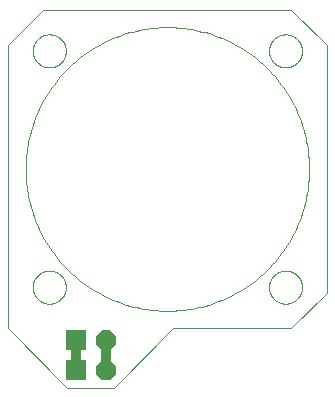
<source format=gtl>
G75*
%MOIN*%
%OFA0B0*%
%FSLAX25Y25*%
%IPPOS*%
%LPD*%
%AMOC8*
5,1,8,0,0,1.08239X$1,22.5*
%
%ADD10C,0.00000*%
%ADD11R,0.06600X0.06600*%
%ADD12OC8,0.06600*%
%ADD13C,0.03200*%
D10*
X0019517Y0026222D02*
X0039202Y0006537D01*
X0054950Y0006537D01*
X0074635Y0026222D01*
X0114005Y0026222D01*
X0125816Y0038033D01*
X0125816Y0120710D01*
X0114005Y0132521D01*
X0031328Y0132521D01*
X0019517Y0120710D01*
X0019517Y0026222D01*
X0027784Y0040002D02*
X0027786Y0040150D01*
X0027792Y0040298D01*
X0027802Y0040446D01*
X0027816Y0040593D01*
X0027834Y0040740D01*
X0027855Y0040886D01*
X0027881Y0041032D01*
X0027911Y0041177D01*
X0027944Y0041321D01*
X0027982Y0041464D01*
X0028023Y0041606D01*
X0028068Y0041747D01*
X0028116Y0041887D01*
X0028169Y0042026D01*
X0028225Y0042163D01*
X0028285Y0042298D01*
X0028348Y0042432D01*
X0028415Y0042564D01*
X0028486Y0042694D01*
X0028560Y0042822D01*
X0028637Y0042948D01*
X0028718Y0043072D01*
X0028802Y0043194D01*
X0028889Y0043313D01*
X0028980Y0043430D01*
X0029074Y0043545D01*
X0029170Y0043657D01*
X0029270Y0043767D01*
X0029372Y0043873D01*
X0029478Y0043977D01*
X0029586Y0044078D01*
X0029697Y0044176D01*
X0029810Y0044272D01*
X0029926Y0044364D01*
X0030044Y0044453D01*
X0030165Y0044538D01*
X0030288Y0044621D01*
X0030413Y0044700D01*
X0030540Y0044776D01*
X0030669Y0044848D01*
X0030800Y0044917D01*
X0030933Y0044982D01*
X0031068Y0045043D01*
X0031204Y0045101D01*
X0031341Y0045156D01*
X0031480Y0045206D01*
X0031621Y0045253D01*
X0031762Y0045296D01*
X0031905Y0045336D01*
X0032049Y0045371D01*
X0032193Y0045403D01*
X0032339Y0045430D01*
X0032485Y0045454D01*
X0032632Y0045474D01*
X0032779Y0045490D01*
X0032926Y0045502D01*
X0033074Y0045510D01*
X0033222Y0045514D01*
X0033370Y0045514D01*
X0033518Y0045510D01*
X0033666Y0045502D01*
X0033813Y0045490D01*
X0033960Y0045474D01*
X0034107Y0045454D01*
X0034253Y0045430D01*
X0034399Y0045403D01*
X0034543Y0045371D01*
X0034687Y0045336D01*
X0034830Y0045296D01*
X0034971Y0045253D01*
X0035112Y0045206D01*
X0035251Y0045156D01*
X0035388Y0045101D01*
X0035524Y0045043D01*
X0035659Y0044982D01*
X0035792Y0044917D01*
X0035923Y0044848D01*
X0036052Y0044776D01*
X0036179Y0044700D01*
X0036304Y0044621D01*
X0036427Y0044538D01*
X0036548Y0044453D01*
X0036666Y0044364D01*
X0036782Y0044272D01*
X0036895Y0044176D01*
X0037006Y0044078D01*
X0037114Y0043977D01*
X0037220Y0043873D01*
X0037322Y0043767D01*
X0037422Y0043657D01*
X0037518Y0043545D01*
X0037612Y0043430D01*
X0037703Y0043313D01*
X0037790Y0043194D01*
X0037874Y0043072D01*
X0037955Y0042948D01*
X0038032Y0042822D01*
X0038106Y0042694D01*
X0038177Y0042564D01*
X0038244Y0042432D01*
X0038307Y0042298D01*
X0038367Y0042163D01*
X0038423Y0042026D01*
X0038476Y0041887D01*
X0038524Y0041747D01*
X0038569Y0041606D01*
X0038610Y0041464D01*
X0038648Y0041321D01*
X0038681Y0041177D01*
X0038711Y0041032D01*
X0038737Y0040886D01*
X0038758Y0040740D01*
X0038776Y0040593D01*
X0038790Y0040446D01*
X0038800Y0040298D01*
X0038806Y0040150D01*
X0038808Y0040002D01*
X0038806Y0039854D01*
X0038800Y0039706D01*
X0038790Y0039558D01*
X0038776Y0039411D01*
X0038758Y0039264D01*
X0038737Y0039118D01*
X0038711Y0038972D01*
X0038681Y0038827D01*
X0038648Y0038683D01*
X0038610Y0038540D01*
X0038569Y0038398D01*
X0038524Y0038257D01*
X0038476Y0038117D01*
X0038423Y0037978D01*
X0038367Y0037841D01*
X0038307Y0037706D01*
X0038244Y0037572D01*
X0038177Y0037440D01*
X0038106Y0037310D01*
X0038032Y0037182D01*
X0037955Y0037056D01*
X0037874Y0036932D01*
X0037790Y0036810D01*
X0037703Y0036691D01*
X0037612Y0036574D01*
X0037518Y0036459D01*
X0037422Y0036347D01*
X0037322Y0036237D01*
X0037220Y0036131D01*
X0037114Y0036027D01*
X0037006Y0035926D01*
X0036895Y0035828D01*
X0036782Y0035732D01*
X0036666Y0035640D01*
X0036548Y0035551D01*
X0036427Y0035466D01*
X0036304Y0035383D01*
X0036179Y0035304D01*
X0036052Y0035228D01*
X0035923Y0035156D01*
X0035792Y0035087D01*
X0035659Y0035022D01*
X0035524Y0034961D01*
X0035388Y0034903D01*
X0035251Y0034848D01*
X0035112Y0034798D01*
X0034971Y0034751D01*
X0034830Y0034708D01*
X0034687Y0034668D01*
X0034543Y0034633D01*
X0034399Y0034601D01*
X0034253Y0034574D01*
X0034107Y0034550D01*
X0033960Y0034530D01*
X0033813Y0034514D01*
X0033666Y0034502D01*
X0033518Y0034494D01*
X0033370Y0034490D01*
X0033222Y0034490D01*
X0033074Y0034494D01*
X0032926Y0034502D01*
X0032779Y0034514D01*
X0032632Y0034530D01*
X0032485Y0034550D01*
X0032339Y0034574D01*
X0032193Y0034601D01*
X0032049Y0034633D01*
X0031905Y0034668D01*
X0031762Y0034708D01*
X0031621Y0034751D01*
X0031480Y0034798D01*
X0031341Y0034848D01*
X0031204Y0034903D01*
X0031068Y0034961D01*
X0030933Y0035022D01*
X0030800Y0035087D01*
X0030669Y0035156D01*
X0030540Y0035228D01*
X0030413Y0035304D01*
X0030288Y0035383D01*
X0030165Y0035466D01*
X0030044Y0035551D01*
X0029926Y0035640D01*
X0029810Y0035732D01*
X0029697Y0035828D01*
X0029586Y0035926D01*
X0029478Y0036027D01*
X0029372Y0036131D01*
X0029270Y0036237D01*
X0029170Y0036347D01*
X0029074Y0036459D01*
X0028980Y0036574D01*
X0028889Y0036691D01*
X0028802Y0036810D01*
X0028718Y0036932D01*
X0028637Y0037056D01*
X0028560Y0037182D01*
X0028486Y0037310D01*
X0028415Y0037440D01*
X0028348Y0037572D01*
X0028285Y0037706D01*
X0028225Y0037841D01*
X0028169Y0037978D01*
X0028116Y0038117D01*
X0028068Y0038257D01*
X0028023Y0038398D01*
X0027982Y0038540D01*
X0027944Y0038683D01*
X0027911Y0038827D01*
X0027881Y0038972D01*
X0027855Y0039118D01*
X0027834Y0039264D01*
X0027816Y0039411D01*
X0027802Y0039558D01*
X0027792Y0039706D01*
X0027786Y0039854D01*
X0027784Y0040002D01*
X0025422Y0079372D02*
X0025436Y0080531D01*
X0025479Y0081690D01*
X0025550Y0082847D01*
X0025649Y0084003D01*
X0025777Y0085155D01*
X0025933Y0086304D01*
X0026118Y0087449D01*
X0026330Y0088589D01*
X0026570Y0089723D01*
X0026838Y0090851D01*
X0027133Y0091973D01*
X0027456Y0093086D01*
X0027806Y0094192D01*
X0028184Y0095288D01*
X0028588Y0096375D01*
X0029018Y0097451D01*
X0029475Y0098517D01*
X0029958Y0099571D01*
X0030467Y0100613D01*
X0031001Y0101643D01*
X0031560Y0102658D01*
X0032143Y0103660D01*
X0032752Y0104647D01*
X0033384Y0105619D01*
X0034040Y0106575D01*
X0034719Y0107515D01*
X0035421Y0108438D01*
X0036146Y0109343D01*
X0036892Y0110230D01*
X0037661Y0111099D01*
X0038450Y0111949D01*
X0039259Y0112779D01*
X0040089Y0113588D01*
X0040939Y0114377D01*
X0041808Y0115146D01*
X0042695Y0115892D01*
X0043600Y0116617D01*
X0044523Y0117319D01*
X0045463Y0117998D01*
X0046419Y0118654D01*
X0047391Y0119286D01*
X0048378Y0119895D01*
X0049380Y0120478D01*
X0050395Y0121037D01*
X0051425Y0121571D01*
X0052467Y0122080D01*
X0053521Y0122563D01*
X0054587Y0123020D01*
X0055663Y0123450D01*
X0056750Y0123854D01*
X0057846Y0124232D01*
X0058952Y0124582D01*
X0060065Y0124905D01*
X0061187Y0125200D01*
X0062315Y0125468D01*
X0063449Y0125708D01*
X0064589Y0125920D01*
X0065734Y0126105D01*
X0066883Y0126261D01*
X0068035Y0126389D01*
X0069191Y0126488D01*
X0070348Y0126559D01*
X0071507Y0126602D01*
X0072666Y0126616D01*
X0073825Y0126602D01*
X0074984Y0126559D01*
X0076141Y0126488D01*
X0077297Y0126389D01*
X0078449Y0126261D01*
X0079598Y0126105D01*
X0080743Y0125920D01*
X0081883Y0125708D01*
X0083017Y0125468D01*
X0084145Y0125200D01*
X0085267Y0124905D01*
X0086380Y0124582D01*
X0087486Y0124232D01*
X0088582Y0123854D01*
X0089669Y0123450D01*
X0090745Y0123020D01*
X0091811Y0122563D01*
X0092865Y0122080D01*
X0093907Y0121571D01*
X0094937Y0121037D01*
X0095952Y0120478D01*
X0096954Y0119895D01*
X0097941Y0119286D01*
X0098913Y0118654D01*
X0099869Y0117998D01*
X0100809Y0117319D01*
X0101732Y0116617D01*
X0102637Y0115892D01*
X0103524Y0115146D01*
X0104393Y0114377D01*
X0105243Y0113588D01*
X0106073Y0112779D01*
X0106882Y0111949D01*
X0107671Y0111099D01*
X0108440Y0110230D01*
X0109186Y0109343D01*
X0109911Y0108438D01*
X0110613Y0107515D01*
X0111292Y0106575D01*
X0111948Y0105619D01*
X0112580Y0104647D01*
X0113189Y0103660D01*
X0113772Y0102658D01*
X0114331Y0101643D01*
X0114865Y0100613D01*
X0115374Y0099571D01*
X0115857Y0098517D01*
X0116314Y0097451D01*
X0116744Y0096375D01*
X0117148Y0095288D01*
X0117526Y0094192D01*
X0117876Y0093086D01*
X0118199Y0091973D01*
X0118494Y0090851D01*
X0118762Y0089723D01*
X0119002Y0088589D01*
X0119214Y0087449D01*
X0119399Y0086304D01*
X0119555Y0085155D01*
X0119683Y0084003D01*
X0119782Y0082847D01*
X0119853Y0081690D01*
X0119896Y0080531D01*
X0119910Y0079372D01*
X0119896Y0078213D01*
X0119853Y0077054D01*
X0119782Y0075897D01*
X0119683Y0074741D01*
X0119555Y0073589D01*
X0119399Y0072440D01*
X0119214Y0071295D01*
X0119002Y0070155D01*
X0118762Y0069021D01*
X0118494Y0067893D01*
X0118199Y0066771D01*
X0117876Y0065658D01*
X0117526Y0064552D01*
X0117148Y0063456D01*
X0116744Y0062369D01*
X0116314Y0061293D01*
X0115857Y0060227D01*
X0115374Y0059173D01*
X0114865Y0058131D01*
X0114331Y0057101D01*
X0113772Y0056086D01*
X0113189Y0055084D01*
X0112580Y0054097D01*
X0111948Y0053125D01*
X0111292Y0052169D01*
X0110613Y0051229D01*
X0109911Y0050306D01*
X0109186Y0049401D01*
X0108440Y0048514D01*
X0107671Y0047645D01*
X0106882Y0046795D01*
X0106073Y0045965D01*
X0105243Y0045156D01*
X0104393Y0044367D01*
X0103524Y0043598D01*
X0102637Y0042852D01*
X0101732Y0042127D01*
X0100809Y0041425D01*
X0099869Y0040746D01*
X0098913Y0040090D01*
X0097941Y0039458D01*
X0096954Y0038849D01*
X0095952Y0038266D01*
X0094937Y0037707D01*
X0093907Y0037173D01*
X0092865Y0036664D01*
X0091811Y0036181D01*
X0090745Y0035724D01*
X0089669Y0035294D01*
X0088582Y0034890D01*
X0087486Y0034512D01*
X0086380Y0034162D01*
X0085267Y0033839D01*
X0084145Y0033544D01*
X0083017Y0033276D01*
X0081883Y0033036D01*
X0080743Y0032824D01*
X0079598Y0032639D01*
X0078449Y0032483D01*
X0077297Y0032355D01*
X0076141Y0032256D01*
X0074984Y0032185D01*
X0073825Y0032142D01*
X0072666Y0032128D01*
X0071507Y0032142D01*
X0070348Y0032185D01*
X0069191Y0032256D01*
X0068035Y0032355D01*
X0066883Y0032483D01*
X0065734Y0032639D01*
X0064589Y0032824D01*
X0063449Y0033036D01*
X0062315Y0033276D01*
X0061187Y0033544D01*
X0060065Y0033839D01*
X0058952Y0034162D01*
X0057846Y0034512D01*
X0056750Y0034890D01*
X0055663Y0035294D01*
X0054587Y0035724D01*
X0053521Y0036181D01*
X0052467Y0036664D01*
X0051425Y0037173D01*
X0050395Y0037707D01*
X0049380Y0038266D01*
X0048378Y0038849D01*
X0047391Y0039458D01*
X0046419Y0040090D01*
X0045463Y0040746D01*
X0044523Y0041425D01*
X0043600Y0042127D01*
X0042695Y0042852D01*
X0041808Y0043598D01*
X0040939Y0044367D01*
X0040089Y0045156D01*
X0039259Y0045965D01*
X0038450Y0046795D01*
X0037661Y0047645D01*
X0036892Y0048514D01*
X0036146Y0049401D01*
X0035421Y0050306D01*
X0034719Y0051229D01*
X0034040Y0052169D01*
X0033384Y0053125D01*
X0032752Y0054097D01*
X0032143Y0055084D01*
X0031560Y0056086D01*
X0031001Y0057101D01*
X0030467Y0058131D01*
X0029958Y0059173D01*
X0029475Y0060227D01*
X0029018Y0061293D01*
X0028588Y0062369D01*
X0028184Y0063456D01*
X0027806Y0064552D01*
X0027456Y0065658D01*
X0027133Y0066771D01*
X0026838Y0067893D01*
X0026570Y0069021D01*
X0026330Y0070155D01*
X0026118Y0071295D01*
X0025933Y0072440D01*
X0025777Y0073589D01*
X0025649Y0074741D01*
X0025550Y0075897D01*
X0025479Y0077054D01*
X0025436Y0078213D01*
X0025422Y0079372D01*
X0027784Y0118742D02*
X0027786Y0118890D01*
X0027792Y0119038D01*
X0027802Y0119186D01*
X0027816Y0119333D01*
X0027834Y0119480D01*
X0027855Y0119626D01*
X0027881Y0119772D01*
X0027911Y0119917D01*
X0027944Y0120061D01*
X0027982Y0120204D01*
X0028023Y0120346D01*
X0028068Y0120487D01*
X0028116Y0120627D01*
X0028169Y0120766D01*
X0028225Y0120903D01*
X0028285Y0121038D01*
X0028348Y0121172D01*
X0028415Y0121304D01*
X0028486Y0121434D01*
X0028560Y0121562D01*
X0028637Y0121688D01*
X0028718Y0121812D01*
X0028802Y0121934D01*
X0028889Y0122053D01*
X0028980Y0122170D01*
X0029074Y0122285D01*
X0029170Y0122397D01*
X0029270Y0122507D01*
X0029372Y0122613D01*
X0029478Y0122717D01*
X0029586Y0122818D01*
X0029697Y0122916D01*
X0029810Y0123012D01*
X0029926Y0123104D01*
X0030044Y0123193D01*
X0030165Y0123278D01*
X0030288Y0123361D01*
X0030413Y0123440D01*
X0030540Y0123516D01*
X0030669Y0123588D01*
X0030800Y0123657D01*
X0030933Y0123722D01*
X0031068Y0123783D01*
X0031204Y0123841D01*
X0031341Y0123896D01*
X0031480Y0123946D01*
X0031621Y0123993D01*
X0031762Y0124036D01*
X0031905Y0124076D01*
X0032049Y0124111D01*
X0032193Y0124143D01*
X0032339Y0124170D01*
X0032485Y0124194D01*
X0032632Y0124214D01*
X0032779Y0124230D01*
X0032926Y0124242D01*
X0033074Y0124250D01*
X0033222Y0124254D01*
X0033370Y0124254D01*
X0033518Y0124250D01*
X0033666Y0124242D01*
X0033813Y0124230D01*
X0033960Y0124214D01*
X0034107Y0124194D01*
X0034253Y0124170D01*
X0034399Y0124143D01*
X0034543Y0124111D01*
X0034687Y0124076D01*
X0034830Y0124036D01*
X0034971Y0123993D01*
X0035112Y0123946D01*
X0035251Y0123896D01*
X0035388Y0123841D01*
X0035524Y0123783D01*
X0035659Y0123722D01*
X0035792Y0123657D01*
X0035923Y0123588D01*
X0036052Y0123516D01*
X0036179Y0123440D01*
X0036304Y0123361D01*
X0036427Y0123278D01*
X0036548Y0123193D01*
X0036666Y0123104D01*
X0036782Y0123012D01*
X0036895Y0122916D01*
X0037006Y0122818D01*
X0037114Y0122717D01*
X0037220Y0122613D01*
X0037322Y0122507D01*
X0037422Y0122397D01*
X0037518Y0122285D01*
X0037612Y0122170D01*
X0037703Y0122053D01*
X0037790Y0121934D01*
X0037874Y0121812D01*
X0037955Y0121688D01*
X0038032Y0121562D01*
X0038106Y0121434D01*
X0038177Y0121304D01*
X0038244Y0121172D01*
X0038307Y0121038D01*
X0038367Y0120903D01*
X0038423Y0120766D01*
X0038476Y0120627D01*
X0038524Y0120487D01*
X0038569Y0120346D01*
X0038610Y0120204D01*
X0038648Y0120061D01*
X0038681Y0119917D01*
X0038711Y0119772D01*
X0038737Y0119626D01*
X0038758Y0119480D01*
X0038776Y0119333D01*
X0038790Y0119186D01*
X0038800Y0119038D01*
X0038806Y0118890D01*
X0038808Y0118742D01*
X0038806Y0118594D01*
X0038800Y0118446D01*
X0038790Y0118298D01*
X0038776Y0118151D01*
X0038758Y0118004D01*
X0038737Y0117858D01*
X0038711Y0117712D01*
X0038681Y0117567D01*
X0038648Y0117423D01*
X0038610Y0117280D01*
X0038569Y0117138D01*
X0038524Y0116997D01*
X0038476Y0116857D01*
X0038423Y0116718D01*
X0038367Y0116581D01*
X0038307Y0116446D01*
X0038244Y0116312D01*
X0038177Y0116180D01*
X0038106Y0116050D01*
X0038032Y0115922D01*
X0037955Y0115796D01*
X0037874Y0115672D01*
X0037790Y0115550D01*
X0037703Y0115431D01*
X0037612Y0115314D01*
X0037518Y0115199D01*
X0037422Y0115087D01*
X0037322Y0114977D01*
X0037220Y0114871D01*
X0037114Y0114767D01*
X0037006Y0114666D01*
X0036895Y0114568D01*
X0036782Y0114472D01*
X0036666Y0114380D01*
X0036548Y0114291D01*
X0036427Y0114206D01*
X0036304Y0114123D01*
X0036179Y0114044D01*
X0036052Y0113968D01*
X0035923Y0113896D01*
X0035792Y0113827D01*
X0035659Y0113762D01*
X0035524Y0113701D01*
X0035388Y0113643D01*
X0035251Y0113588D01*
X0035112Y0113538D01*
X0034971Y0113491D01*
X0034830Y0113448D01*
X0034687Y0113408D01*
X0034543Y0113373D01*
X0034399Y0113341D01*
X0034253Y0113314D01*
X0034107Y0113290D01*
X0033960Y0113270D01*
X0033813Y0113254D01*
X0033666Y0113242D01*
X0033518Y0113234D01*
X0033370Y0113230D01*
X0033222Y0113230D01*
X0033074Y0113234D01*
X0032926Y0113242D01*
X0032779Y0113254D01*
X0032632Y0113270D01*
X0032485Y0113290D01*
X0032339Y0113314D01*
X0032193Y0113341D01*
X0032049Y0113373D01*
X0031905Y0113408D01*
X0031762Y0113448D01*
X0031621Y0113491D01*
X0031480Y0113538D01*
X0031341Y0113588D01*
X0031204Y0113643D01*
X0031068Y0113701D01*
X0030933Y0113762D01*
X0030800Y0113827D01*
X0030669Y0113896D01*
X0030540Y0113968D01*
X0030413Y0114044D01*
X0030288Y0114123D01*
X0030165Y0114206D01*
X0030044Y0114291D01*
X0029926Y0114380D01*
X0029810Y0114472D01*
X0029697Y0114568D01*
X0029586Y0114666D01*
X0029478Y0114767D01*
X0029372Y0114871D01*
X0029270Y0114977D01*
X0029170Y0115087D01*
X0029074Y0115199D01*
X0028980Y0115314D01*
X0028889Y0115431D01*
X0028802Y0115550D01*
X0028718Y0115672D01*
X0028637Y0115796D01*
X0028560Y0115922D01*
X0028486Y0116050D01*
X0028415Y0116180D01*
X0028348Y0116312D01*
X0028285Y0116446D01*
X0028225Y0116581D01*
X0028169Y0116718D01*
X0028116Y0116857D01*
X0028068Y0116997D01*
X0028023Y0117138D01*
X0027982Y0117280D01*
X0027944Y0117423D01*
X0027911Y0117567D01*
X0027881Y0117712D01*
X0027855Y0117858D01*
X0027834Y0118004D01*
X0027816Y0118151D01*
X0027802Y0118298D01*
X0027792Y0118446D01*
X0027786Y0118594D01*
X0027784Y0118742D01*
X0106524Y0118742D02*
X0106526Y0118890D01*
X0106532Y0119038D01*
X0106542Y0119186D01*
X0106556Y0119333D01*
X0106574Y0119480D01*
X0106595Y0119626D01*
X0106621Y0119772D01*
X0106651Y0119917D01*
X0106684Y0120061D01*
X0106722Y0120204D01*
X0106763Y0120346D01*
X0106808Y0120487D01*
X0106856Y0120627D01*
X0106909Y0120766D01*
X0106965Y0120903D01*
X0107025Y0121038D01*
X0107088Y0121172D01*
X0107155Y0121304D01*
X0107226Y0121434D01*
X0107300Y0121562D01*
X0107377Y0121688D01*
X0107458Y0121812D01*
X0107542Y0121934D01*
X0107629Y0122053D01*
X0107720Y0122170D01*
X0107814Y0122285D01*
X0107910Y0122397D01*
X0108010Y0122507D01*
X0108112Y0122613D01*
X0108218Y0122717D01*
X0108326Y0122818D01*
X0108437Y0122916D01*
X0108550Y0123012D01*
X0108666Y0123104D01*
X0108784Y0123193D01*
X0108905Y0123278D01*
X0109028Y0123361D01*
X0109153Y0123440D01*
X0109280Y0123516D01*
X0109409Y0123588D01*
X0109540Y0123657D01*
X0109673Y0123722D01*
X0109808Y0123783D01*
X0109944Y0123841D01*
X0110081Y0123896D01*
X0110220Y0123946D01*
X0110361Y0123993D01*
X0110502Y0124036D01*
X0110645Y0124076D01*
X0110789Y0124111D01*
X0110933Y0124143D01*
X0111079Y0124170D01*
X0111225Y0124194D01*
X0111372Y0124214D01*
X0111519Y0124230D01*
X0111666Y0124242D01*
X0111814Y0124250D01*
X0111962Y0124254D01*
X0112110Y0124254D01*
X0112258Y0124250D01*
X0112406Y0124242D01*
X0112553Y0124230D01*
X0112700Y0124214D01*
X0112847Y0124194D01*
X0112993Y0124170D01*
X0113139Y0124143D01*
X0113283Y0124111D01*
X0113427Y0124076D01*
X0113570Y0124036D01*
X0113711Y0123993D01*
X0113852Y0123946D01*
X0113991Y0123896D01*
X0114128Y0123841D01*
X0114264Y0123783D01*
X0114399Y0123722D01*
X0114532Y0123657D01*
X0114663Y0123588D01*
X0114792Y0123516D01*
X0114919Y0123440D01*
X0115044Y0123361D01*
X0115167Y0123278D01*
X0115288Y0123193D01*
X0115406Y0123104D01*
X0115522Y0123012D01*
X0115635Y0122916D01*
X0115746Y0122818D01*
X0115854Y0122717D01*
X0115960Y0122613D01*
X0116062Y0122507D01*
X0116162Y0122397D01*
X0116258Y0122285D01*
X0116352Y0122170D01*
X0116443Y0122053D01*
X0116530Y0121934D01*
X0116614Y0121812D01*
X0116695Y0121688D01*
X0116772Y0121562D01*
X0116846Y0121434D01*
X0116917Y0121304D01*
X0116984Y0121172D01*
X0117047Y0121038D01*
X0117107Y0120903D01*
X0117163Y0120766D01*
X0117216Y0120627D01*
X0117264Y0120487D01*
X0117309Y0120346D01*
X0117350Y0120204D01*
X0117388Y0120061D01*
X0117421Y0119917D01*
X0117451Y0119772D01*
X0117477Y0119626D01*
X0117498Y0119480D01*
X0117516Y0119333D01*
X0117530Y0119186D01*
X0117540Y0119038D01*
X0117546Y0118890D01*
X0117548Y0118742D01*
X0117546Y0118594D01*
X0117540Y0118446D01*
X0117530Y0118298D01*
X0117516Y0118151D01*
X0117498Y0118004D01*
X0117477Y0117858D01*
X0117451Y0117712D01*
X0117421Y0117567D01*
X0117388Y0117423D01*
X0117350Y0117280D01*
X0117309Y0117138D01*
X0117264Y0116997D01*
X0117216Y0116857D01*
X0117163Y0116718D01*
X0117107Y0116581D01*
X0117047Y0116446D01*
X0116984Y0116312D01*
X0116917Y0116180D01*
X0116846Y0116050D01*
X0116772Y0115922D01*
X0116695Y0115796D01*
X0116614Y0115672D01*
X0116530Y0115550D01*
X0116443Y0115431D01*
X0116352Y0115314D01*
X0116258Y0115199D01*
X0116162Y0115087D01*
X0116062Y0114977D01*
X0115960Y0114871D01*
X0115854Y0114767D01*
X0115746Y0114666D01*
X0115635Y0114568D01*
X0115522Y0114472D01*
X0115406Y0114380D01*
X0115288Y0114291D01*
X0115167Y0114206D01*
X0115044Y0114123D01*
X0114919Y0114044D01*
X0114792Y0113968D01*
X0114663Y0113896D01*
X0114532Y0113827D01*
X0114399Y0113762D01*
X0114264Y0113701D01*
X0114128Y0113643D01*
X0113991Y0113588D01*
X0113852Y0113538D01*
X0113711Y0113491D01*
X0113570Y0113448D01*
X0113427Y0113408D01*
X0113283Y0113373D01*
X0113139Y0113341D01*
X0112993Y0113314D01*
X0112847Y0113290D01*
X0112700Y0113270D01*
X0112553Y0113254D01*
X0112406Y0113242D01*
X0112258Y0113234D01*
X0112110Y0113230D01*
X0111962Y0113230D01*
X0111814Y0113234D01*
X0111666Y0113242D01*
X0111519Y0113254D01*
X0111372Y0113270D01*
X0111225Y0113290D01*
X0111079Y0113314D01*
X0110933Y0113341D01*
X0110789Y0113373D01*
X0110645Y0113408D01*
X0110502Y0113448D01*
X0110361Y0113491D01*
X0110220Y0113538D01*
X0110081Y0113588D01*
X0109944Y0113643D01*
X0109808Y0113701D01*
X0109673Y0113762D01*
X0109540Y0113827D01*
X0109409Y0113896D01*
X0109280Y0113968D01*
X0109153Y0114044D01*
X0109028Y0114123D01*
X0108905Y0114206D01*
X0108784Y0114291D01*
X0108666Y0114380D01*
X0108550Y0114472D01*
X0108437Y0114568D01*
X0108326Y0114666D01*
X0108218Y0114767D01*
X0108112Y0114871D01*
X0108010Y0114977D01*
X0107910Y0115087D01*
X0107814Y0115199D01*
X0107720Y0115314D01*
X0107629Y0115431D01*
X0107542Y0115550D01*
X0107458Y0115672D01*
X0107377Y0115796D01*
X0107300Y0115922D01*
X0107226Y0116050D01*
X0107155Y0116180D01*
X0107088Y0116312D01*
X0107025Y0116446D01*
X0106965Y0116581D01*
X0106909Y0116718D01*
X0106856Y0116857D01*
X0106808Y0116997D01*
X0106763Y0117138D01*
X0106722Y0117280D01*
X0106684Y0117423D01*
X0106651Y0117567D01*
X0106621Y0117712D01*
X0106595Y0117858D01*
X0106574Y0118004D01*
X0106556Y0118151D01*
X0106542Y0118298D01*
X0106532Y0118446D01*
X0106526Y0118594D01*
X0106524Y0118742D01*
X0106524Y0040002D02*
X0106526Y0040150D01*
X0106532Y0040298D01*
X0106542Y0040446D01*
X0106556Y0040593D01*
X0106574Y0040740D01*
X0106595Y0040886D01*
X0106621Y0041032D01*
X0106651Y0041177D01*
X0106684Y0041321D01*
X0106722Y0041464D01*
X0106763Y0041606D01*
X0106808Y0041747D01*
X0106856Y0041887D01*
X0106909Y0042026D01*
X0106965Y0042163D01*
X0107025Y0042298D01*
X0107088Y0042432D01*
X0107155Y0042564D01*
X0107226Y0042694D01*
X0107300Y0042822D01*
X0107377Y0042948D01*
X0107458Y0043072D01*
X0107542Y0043194D01*
X0107629Y0043313D01*
X0107720Y0043430D01*
X0107814Y0043545D01*
X0107910Y0043657D01*
X0108010Y0043767D01*
X0108112Y0043873D01*
X0108218Y0043977D01*
X0108326Y0044078D01*
X0108437Y0044176D01*
X0108550Y0044272D01*
X0108666Y0044364D01*
X0108784Y0044453D01*
X0108905Y0044538D01*
X0109028Y0044621D01*
X0109153Y0044700D01*
X0109280Y0044776D01*
X0109409Y0044848D01*
X0109540Y0044917D01*
X0109673Y0044982D01*
X0109808Y0045043D01*
X0109944Y0045101D01*
X0110081Y0045156D01*
X0110220Y0045206D01*
X0110361Y0045253D01*
X0110502Y0045296D01*
X0110645Y0045336D01*
X0110789Y0045371D01*
X0110933Y0045403D01*
X0111079Y0045430D01*
X0111225Y0045454D01*
X0111372Y0045474D01*
X0111519Y0045490D01*
X0111666Y0045502D01*
X0111814Y0045510D01*
X0111962Y0045514D01*
X0112110Y0045514D01*
X0112258Y0045510D01*
X0112406Y0045502D01*
X0112553Y0045490D01*
X0112700Y0045474D01*
X0112847Y0045454D01*
X0112993Y0045430D01*
X0113139Y0045403D01*
X0113283Y0045371D01*
X0113427Y0045336D01*
X0113570Y0045296D01*
X0113711Y0045253D01*
X0113852Y0045206D01*
X0113991Y0045156D01*
X0114128Y0045101D01*
X0114264Y0045043D01*
X0114399Y0044982D01*
X0114532Y0044917D01*
X0114663Y0044848D01*
X0114792Y0044776D01*
X0114919Y0044700D01*
X0115044Y0044621D01*
X0115167Y0044538D01*
X0115288Y0044453D01*
X0115406Y0044364D01*
X0115522Y0044272D01*
X0115635Y0044176D01*
X0115746Y0044078D01*
X0115854Y0043977D01*
X0115960Y0043873D01*
X0116062Y0043767D01*
X0116162Y0043657D01*
X0116258Y0043545D01*
X0116352Y0043430D01*
X0116443Y0043313D01*
X0116530Y0043194D01*
X0116614Y0043072D01*
X0116695Y0042948D01*
X0116772Y0042822D01*
X0116846Y0042694D01*
X0116917Y0042564D01*
X0116984Y0042432D01*
X0117047Y0042298D01*
X0117107Y0042163D01*
X0117163Y0042026D01*
X0117216Y0041887D01*
X0117264Y0041747D01*
X0117309Y0041606D01*
X0117350Y0041464D01*
X0117388Y0041321D01*
X0117421Y0041177D01*
X0117451Y0041032D01*
X0117477Y0040886D01*
X0117498Y0040740D01*
X0117516Y0040593D01*
X0117530Y0040446D01*
X0117540Y0040298D01*
X0117546Y0040150D01*
X0117548Y0040002D01*
X0117546Y0039854D01*
X0117540Y0039706D01*
X0117530Y0039558D01*
X0117516Y0039411D01*
X0117498Y0039264D01*
X0117477Y0039118D01*
X0117451Y0038972D01*
X0117421Y0038827D01*
X0117388Y0038683D01*
X0117350Y0038540D01*
X0117309Y0038398D01*
X0117264Y0038257D01*
X0117216Y0038117D01*
X0117163Y0037978D01*
X0117107Y0037841D01*
X0117047Y0037706D01*
X0116984Y0037572D01*
X0116917Y0037440D01*
X0116846Y0037310D01*
X0116772Y0037182D01*
X0116695Y0037056D01*
X0116614Y0036932D01*
X0116530Y0036810D01*
X0116443Y0036691D01*
X0116352Y0036574D01*
X0116258Y0036459D01*
X0116162Y0036347D01*
X0116062Y0036237D01*
X0115960Y0036131D01*
X0115854Y0036027D01*
X0115746Y0035926D01*
X0115635Y0035828D01*
X0115522Y0035732D01*
X0115406Y0035640D01*
X0115288Y0035551D01*
X0115167Y0035466D01*
X0115044Y0035383D01*
X0114919Y0035304D01*
X0114792Y0035228D01*
X0114663Y0035156D01*
X0114532Y0035087D01*
X0114399Y0035022D01*
X0114264Y0034961D01*
X0114128Y0034903D01*
X0113991Y0034848D01*
X0113852Y0034798D01*
X0113711Y0034751D01*
X0113570Y0034708D01*
X0113427Y0034668D01*
X0113283Y0034633D01*
X0113139Y0034601D01*
X0112993Y0034574D01*
X0112847Y0034550D01*
X0112700Y0034530D01*
X0112553Y0034514D01*
X0112406Y0034502D01*
X0112258Y0034494D01*
X0112110Y0034490D01*
X0111962Y0034490D01*
X0111814Y0034494D01*
X0111666Y0034502D01*
X0111519Y0034514D01*
X0111372Y0034530D01*
X0111225Y0034550D01*
X0111079Y0034574D01*
X0110933Y0034601D01*
X0110789Y0034633D01*
X0110645Y0034668D01*
X0110502Y0034708D01*
X0110361Y0034751D01*
X0110220Y0034798D01*
X0110081Y0034848D01*
X0109944Y0034903D01*
X0109808Y0034961D01*
X0109673Y0035022D01*
X0109540Y0035087D01*
X0109409Y0035156D01*
X0109280Y0035228D01*
X0109153Y0035304D01*
X0109028Y0035383D01*
X0108905Y0035466D01*
X0108784Y0035551D01*
X0108666Y0035640D01*
X0108550Y0035732D01*
X0108437Y0035828D01*
X0108326Y0035926D01*
X0108218Y0036027D01*
X0108112Y0036131D01*
X0108010Y0036237D01*
X0107910Y0036347D01*
X0107814Y0036459D01*
X0107720Y0036574D01*
X0107629Y0036691D01*
X0107542Y0036810D01*
X0107458Y0036932D01*
X0107377Y0037056D01*
X0107300Y0037182D01*
X0107226Y0037310D01*
X0107155Y0037440D01*
X0107088Y0037572D01*
X0107025Y0037706D01*
X0106965Y0037841D01*
X0106909Y0037978D01*
X0106856Y0038117D01*
X0106808Y0038257D01*
X0106763Y0038398D01*
X0106722Y0038540D01*
X0106684Y0038683D01*
X0106651Y0038827D01*
X0106621Y0038972D01*
X0106595Y0039118D01*
X0106574Y0039264D01*
X0106556Y0039411D01*
X0106542Y0039558D01*
X0106532Y0039706D01*
X0106526Y0039854D01*
X0106524Y0040002D01*
D11*
X0042076Y0022285D03*
X0042076Y0012443D03*
D12*
X0052076Y0012443D03*
X0052076Y0022285D03*
D13*
X0052076Y0012443D01*
X0042076Y0012443D02*
X0042076Y0022285D01*
M02*

</source>
